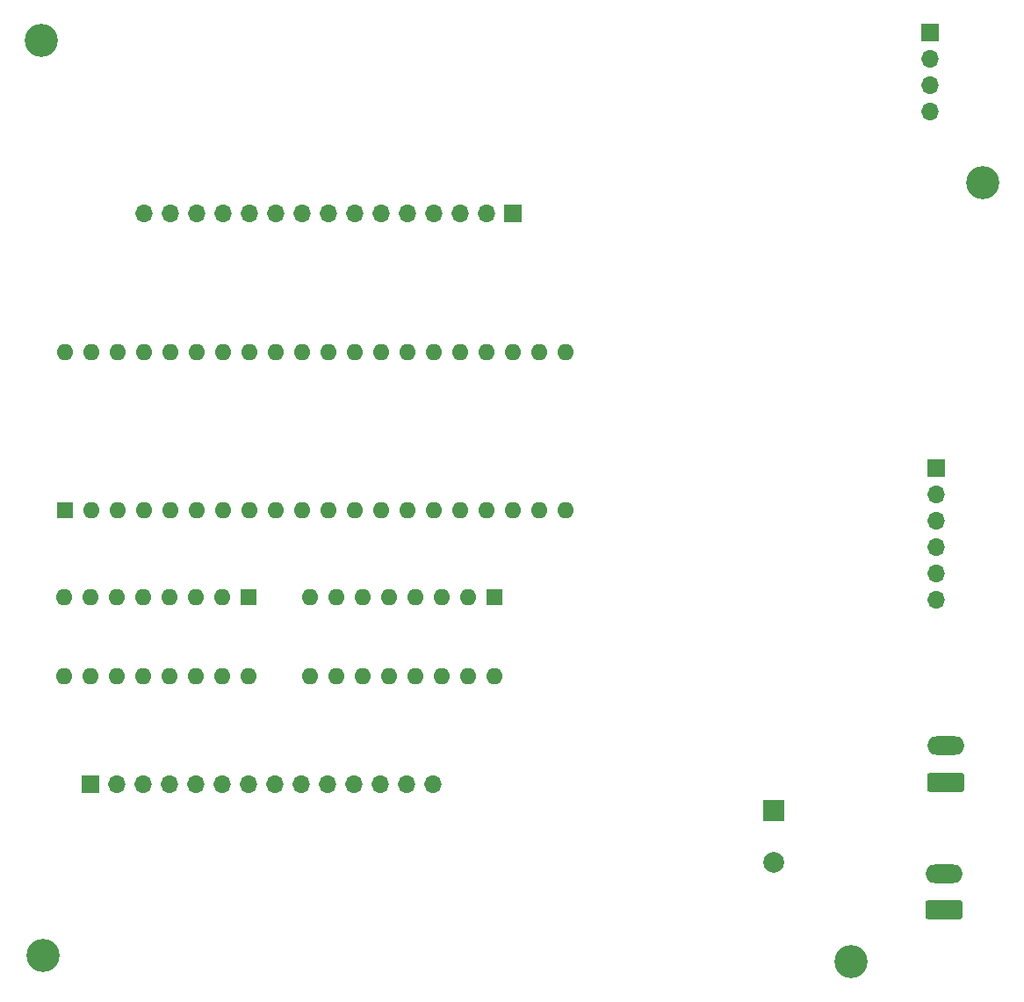
<source format=gbs>
%TF.GenerationSoftware,KiCad,Pcbnew,8.0.6*%
%TF.CreationDate,2024-12-03T08:55:31+01:00*%
%TF.ProjectId,PCB_Tester,5043425f-5465-4737-9465-722e6b696361,rev?*%
%TF.SameCoordinates,Original*%
%TF.FileFunction,Soldermask,Bot*%
%TF.FilePolarity,Negative*%
%FSLAX46Y46*%
G04 Gerber Fmt 4.6, Leading zero omitted, Abs format (unit mm)*
G04 Created by KiCad (PCBNEW 8.0.6) date 2024-12-03 08:55:31*
%MOMM*%
%LPD*%
G01*
G04 APERTURE LIST*
G04 Aperture macros list*
%AMRoundRect*
0 Rectangle with rounded corners*
0 $1 Rounding radius*
0 $2 $3 $4 $5 $6 $7 $8 $9 X,Y pos of 4 corners*
0 Add a 4 corners polygon primitive as box body*
4,1,4,$2,$3,$4,$5,$6,$7,$8,$9,$2,$3,0*
0 Add four circle primitives for the rounded corners*
1,1,$1+$1,$2,$3*
1,1,$1+$1,$4,$5*
1,1,$1+$1,$6,$7*
1,1,$1+$1,$8,$9*
0 Add four rect primitives between the rounded corners*
20,1,$1+$1,$2,$3,$4,$5,0*
20,1,$1+$1,$4,$5,$6,$7,0*
20,1,$1+$1,$6,$7,$8,$9,0*
20,1,$1+$1,$8,$9,$2,$3,0*%
G04 Aperture macros list end*
%ADD10C,3.200000*%
%ADD11RoundRect,0.250000X1.550000X-0.650000X1.550000X0.650000X-1.550000X0.650000X-1.550000X-0.650000X0*%
%ADD12O,3.600000X1.800000*%
%ADD13R,1.700000X1.700000*%
%ADD14O,1.700000X1.700000*%
%ADD15R,2.000000X2.000000*%
%ADD16C,2.000000*%
%ADD17R,1.600000X1.600000*%
%ADD18O,1.600000X1.600000*%
G04 APERTURE END LIST*
D10*
%TO.C,H4*%
X172300000Y-135000000D03*
%TD*%
%TO.C,H3*%
X185000000Y-59900000D03*
%TD*%
%TO.C,H2*%
X94400000Y-134400000D03*
%TD*%
%TO.C,H1*%
X94200000Y-46200000D03*
%TD*%
D11*
%TO.C,J4*%
X181400000Y-117700000D03*
D12*
X181400000Y-114200000D03*
%TD*%
D13*
%TO.C,J2*%
X139700000Y-62900000D03*
D14*
X137160000Y-62900000D03*
X134620000Y-62900000D03*
X132080000Y-62900000D03*
X129540000Y-62900000D03*
X127000000Y-62900000D03*
X124460000Y-62900000D03*
X121920000Y-62900000D03*
X119380000Y-62900000D03*
X116840000Y-62900000D03*
X114300000Y-62900000D03*
X111760000Y-62900000D03*
X109220000Y-62900000D03*
X106680000Y-62900000D03*
X104140000Y-62900000D03*
%TD*%
D13*
%TO.C,J6*%
X180500000Y-87400000D03*
D14*
X180500000Y-89940000D03*
X180500000Y-92480000D03*
X180500000Y-95020000D03*
X180500000Y-97560000D03*
X180500000Y-100100000D03*
%TD*%
D13*
%TO.C,J1*%
X98940000Y-117872500D03*
D14*
X101480000Y-117872500D03*
X104020000Y-117872500D03*
X106560000Y-117872500D03*
X109100000Y-117872500D03*
X111640000Y-117872500D03*
X114180000Y-117872500D03*
X116720000Y-117872500D03*
X119260000Y-117872500D03*
X121800000Y-117872500D03*
X124340000Y-117872500D03*
X126880000Y-117872500D03*
X129420000Y-117872500D03*
X131960000Y-117872500D03*
%TD*%
D15*
%TO.C,C9*%
X164800000Y-120432323D03*
D16*
X164800000Y-125432323D03*
%TD*%
D17*
%TO.C,U3*%
X96540000Y-91500000D03*
D18*
X99080000Y-91500000D03*
X101620000Y-91500000D03*
X104160000Y-91500000D03*
X106700000Y-91500000D03*
X109240000Y-91500000D03*
X111780000Y-91500000D03*
X114320000Y-91500000D03*
X116860000Y-91500000D03*
X119400000Y-91500000D03*
X121940000Y-91500000D03*
X124480000Y-91500000D03*
X127020000Y-91500000D03*
X129560000Y-91500000D03*
X132100000Y-91500000D03*
X134640000Y-91500000D03*
X137180000Y-91500000D03*
X139720000Y-91500000D03*
X142260000Y-91500000D03*
X144800000Y-91500000D03*
X144800000Y-76260000D03*
X142260000Y-76260000D03*
X139720000Y-76260000D03*
X137180000Y-76260000D03*
X134640000Y-76260000D03*
X132100000Y-76260000D03*
X129560000Y-76260000D03*
X127020000Y-76260000D03*
X124480000Y-76260000D03*
X121940000Y-76260000D03*
X119400000Y-76260000D03*
X116860000Y-76260000D03*
X114320000Y-76260000D03*
X111780000Y-76260000D03*
X109240000Y-76260000D03*
X106700000Y-76260000D03*
X104160000Y-76260000D03*
X101620000Y-76260000D03*
X99080000Y-76260000D03*
X96540000Y-76260000D03*
%TD*%
D17*
%TO.C,U2*%
X137900000Y-99880000D03*
D18*
X135360000Y-99880000D03*
X132820000Y-99880000D03*
X130280000Y-99880000D03*
X127740000Y-99880000D03*
X125200000Y-99880000D03*
X122660000Y-99880000D03*
X120120000Y-99880000D03*
X120120000Y-107500000D03*
X122660000Y-107500000D03*
X125200000Y-107500000D03*
X127740000Y-107500000D03*
X130280000Y-107500000D03*
X132820000Y-107500000D03*
X135360000Y-107500000D03*
X137900000Y-107500000D03*
%TD*%
D11*
%TO.C,J5*%
X181300000Y-130000000D03*
D12*
X181300000Y-126500000D03*
%TD*%
D13*
%TO.C,J3*%
X179900000Y-45400000D03*
D14*
X179900000Y-47940000D03*
X179900000Y-50480000D03*
X179900000Y-53020000D03*
%TD*%
D17*
%TO.C,U1*%
X114180000Y-99860000D03*
D18*
X111640000Y-99860000D03*
X109100000Y-99860000D03*
X106560000Y-99860000D03*
X104020000Y-99860000D03*
X101480000Y-99860000D03*
X98940000Y-99860000D03*
X96400000Y-99860000D03*
X96400000Y-107480000D03*
X98940000Y-107480000D03*
X101480000Y-107480000D03*
X104020000Y-107480000D03*
X106560000Y-107480000D03*
X109100000Y-107480000D03*
X111640000Y-107480000D03*
X114180000Y-107480000D03*
%TD*%
M02*

</source>
